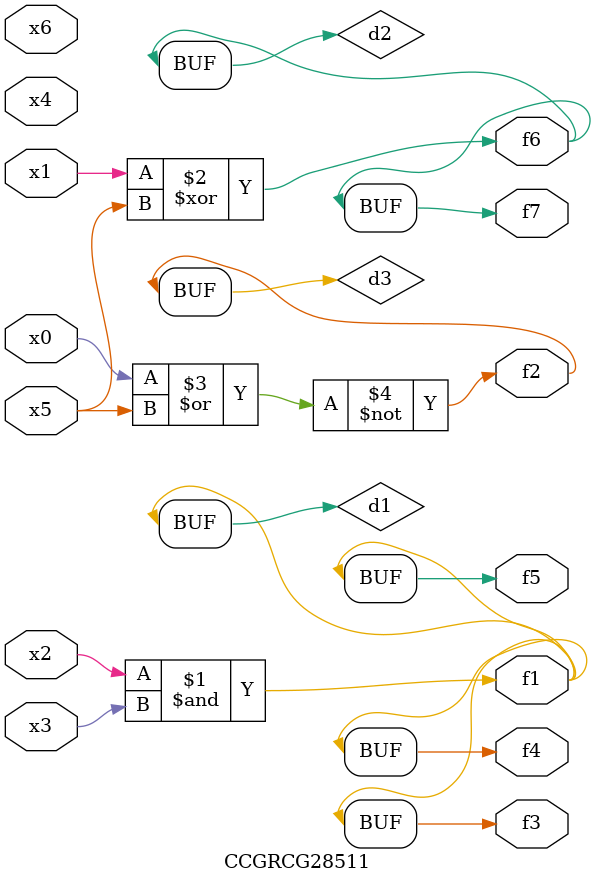
<source format=v>
module CCGRCG28511(
	input x0, x1, x2, x3, x4, x5, x6,
	output f1, f2, f3, f4, f5, f6, f7
);

	wire d1, d2, d3;

	and (d1, x2, x3);
	xor (d2, x1, x5);
	nor (d3, x0, x5);
	assign f1 = d1;
	assign f2 = d3;
	assign f3 = d1;
	assign f4 = d1;
	assign f5 = d1;
	assign f6 = d2;
	assign f7 = d2;
endmodule

</source>
